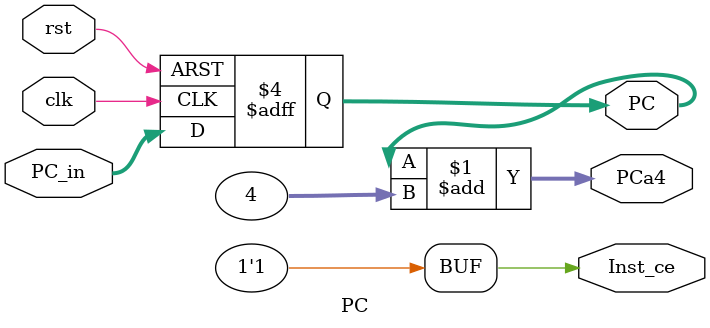
<source format=v>
`timescale 1ns / 1ps


module PC(clk,rst,PC_in,PC,PCa4,Inst_ce);
    input clk;
    input rst;
    input [31:0] PC_in;
    output reg [31:0] PC=32'b0;
    output [31:0] PCa4;
    output Inst_ce;

    assign Inst_ce=1'b1;
    assign PCa4=PC+4;

    always@(posedge clk or posedge rst)
    begin
        if(rst)
            PC<=32'b0;
        else PC<=PC_in;
    end
endmodule

</source>
